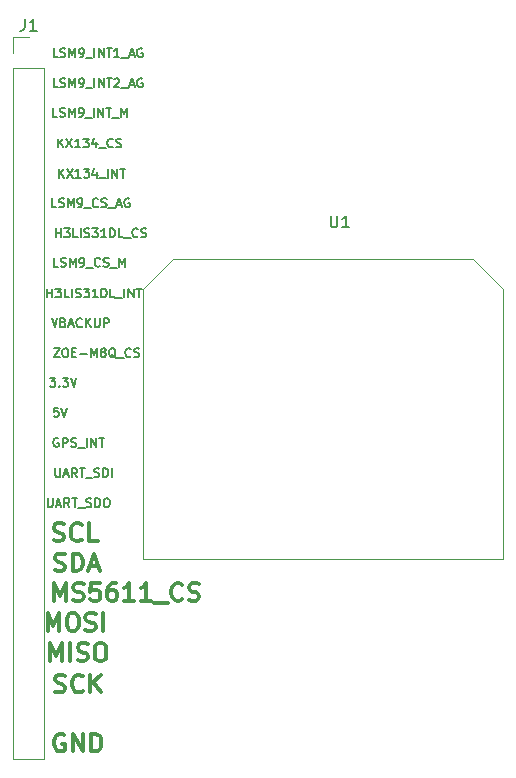
<source format=gbr>
%TF.GenerationSoftware,KiCad,Pcbnew,6.0.1*%
%TF.CreationDate,2022-02-10T21:50:42-06:00*%
%TF.ProjectId,SENSOR_BREADBOARD_8X10,53454e53-4f52-45f4-9252-454144424f41,rev?*%
%TF.SameCoordinates,Original*%
%TF.FileFunction,Legend,Top*%
%TF.FilePolarity,Positive*%
%FSLAX46Y46*%
G04 Gerber Fmt 4.6, Leading zero omitted, Abs format (unit mm)*
G04 Created by KiCad (PCBNEW 6.0.1) date 2022-02-10 21:50:42*
%MOMM*%
%LPD*%
G01*
G04 APERTURE LIST*
%ADD10C,0.300000*%
%ADD11C,0.150000*%
%ADD12C,0.100000*%
%ADD13C,0.120000*%
G04 APERTURE END LIST*
D10*
X88692857Y-126578571D02*
X88692857Y-125078571D01*
X89192857Y-126150000D01*
X89692857Y-125078571D01*
X89692857Y-126578571D01*
X90692857Y-125078571D02*
X90978571Y-125078571D01*
X91121428Y-125150000D01*
X91264285Y-125292857D01*
X91335714Y-125578571D01*
X91335714Y-126078571D01*
X91264285Y-126364285D01*
X91121428Y-126507142D01*
X90978571Y-126578571D01*
X90692857Y-126578571D01*
X90550000Y-126507142D01*
X90407142Y-126364285D01*
X90335714Y-126078571D01*
X90335714Y-125578571D01*
X90407142Y-125292857D01*
X90550000Y-125150000D01*
X90692857Y-125078571D01*
X91907142Y-126507142D02*
X92121428Y-126578571D01*
X92478571Y-126578571D01*
X92621428Y-126507142D01*
X92692857Y-126435714D01*
X92764285Y-126292857D01*
X92764285Y-126150000D01*
X92692857Y-126007142D01*
X92621428Y-125935714D01*
X92478571Y-125864285D01*
X92192857Y-125792857D01*
X92050000Y-125721428D01*
X91978571Y-125650000D01*
X91907142Y-125507142D01*
X91907142Y-125364285D01*
X91978571Y-125221428D01*
X92050000Y-125150000D01*
X92192857Y-125078571D01*
X92550000Y-125078571D01*
X92764285Y-125150000D01*
X93407142Y-126578571D02*
X93407142Y-125078571D01*
D11*
X89621428Y-110275000D02*
X89550000Y-110239285D01*
X89442857Y-110239285D01*
X89335714Y-110275000D01*
X89264285Y-110346428D01*
X89228571Y-110417857D01*
X89192857Y-110560714D01*
X89192857Y-110667857D01*
X89228571Y-110810714D01*
X89264285Y-110882142D01*
X89335714Y-110953571D01*
X89442857Y-110989285D01*
X89514285Y-110989285D01*
X89621428Y-110953571D01*
X89657142Y-110917857D01*
X89657142Y-110667857D01*
X89514285Y-110667857D01*
X89978571Y-110989285D02*
X89978571Y-110239285D01*
X90264285Y-110239285D01*
X90335714Y-110275000D01*
X90371428Y-110310714D01*
X90407142Y-110382142D01*
X90407142Y-110489285D01*
X90371428Y-110560714D01*
X90335714Y-110596428D01*
X90264285Y-110632142D01*
X89978571Y-110632142D01*
X90692857Y-110953571D02*
X90800000Y-110989285D01*
X90978571Y-110989285D01*
X91050000Y-110953571D01*
X91085714Y-110917857D01*
X91121428Y-110846428D01*
X91121428Y-110775000D01*
X91085714Y-110703571D01*
X91050000Y-110667857D01*
X90978571Y-110632142D01*
X90835714Y-110596428D01*
X90764285Y-110560714D01*
X90728571Y-110525000D01*
X90692857Y-110453571D01*
X90692857Y-110382142D01*
X90728571Y-110310714D01*
X90764285Y-110275000D01*
X90835714Y-110239285D01*
X91014285Y-110239285D01*
X91121428Y-110275000D01*
X91264285Y-111060714D02*
X91835714Y-111060714D01*
X92014285Y-110989285D02*
X92014285Y-110239285D01*
X92371428Y-110989285D02*
X92371428Y-110239285D01*
X92800000Y-110989285D01*
X92800000Y-110239285D01*
X93050000Y-110239285D02*
X93478571Y-110239285D01*
X93264285Y-110989285D02*
X93264285Y-110239285D01*
X89439285Y-90689285D02*
X89082142Y-90689285D01*
X89082142Y-89939285D01*
X89653571Y-90653571D02*
X89760714Y-90689285D01*
X89939285Y-90689285D01*
X90010714Y-90653571D01*
X90046428Y-90617857D01*
X90082142Y-90546428D01*
X90082142Y-90475000D01*
X90046428Y-90403571D01*
X90010714Y-90367857D01*
X89939285Y-90332142D01*
X89796428Y-90296428D01*
X89725000Y-90260714D01*
X89689285Y-90225000D01*
X89653571Y-90153571D01*
X89653571Y-90082142D01*
X89689285Y-90010714D01*
X89725000Y-89975000D01*
X89796428Y-89939285D01*
X89975000Y-89939285D01*
X90082142Y-89975000D01*
X90403571Y-90689285D02*
X90403571Y-89939285D01*
X90653571Y-90475000D01*
X90903571Y-89939285D01*
X90903571Y-90689285D01*
X91296428Y-90689285D02*
X91439285Y-90689285D01*
X91510714Y-90653571D01*
X91546428Y-90617857D01*
X91617857Y-90510714D01*
X91653571Y-90367857D01*
X91653571Y-90082142D01*
X91617857Y-90010714D01*
X91582142Y-89975000D01*
X91510714Y-89939285D01*
X91367857Y-89939285D01*
X91296428Y-89975000D01*
X91260714Y-90010714D01*
X91225000Y-90082142D01*
X91225000Y-90260714D01*
X91260714Y-90332142D01*
X91296428Y-90367857D01*
X91367857Y-90403571D01*
X91510714Y-90403571D01*
X91582142Y-90367857D01*
X91617857Y-90332142D01*
X91653571Y-90260714D01*
X91796428Y-90760714D02*
X92367857Y-90760714D01*
X92975000Y-90617857D02*
X92939285Y-90653571D01*
X92832142Y-90689285D01*
X92760714Y-90689285D01*
X92653571Y-90653571D01*
X92582142Y-90582142D01*
X92546428Y-90510714D01*
X92510714Y-90367857D01*
X92510714Y-90260714D01*
X92546428Y-90117857D01*
X92582142Y-90046428D01*
X92653571Y-89975000D01*
X92760714Y-89939285D01*
X92832142Y-89939285D01*
X92939285Y-89975000D01*
X92975000Y-90010714D01*
X93260714Y-90653571D02*
X93367857Y-90689285D01*
X93546428Y-90689285D01*
X93617857Y-90653571D01*
X93653571Y-90617857D01*
X93689285Y-90546428D01*
X93689285Y-90475000D01*
X93653571Y-90403571D01*
X93617857Y-90367857D01*
X93546428Y-90332142D01*
X93403571Y-90296428D01*
X93332142Y-90260714D01*
X93296428Y-90225000D01*
X93260714Y-90153571D01*
X93260714Y-90082142D01*
X93296428Y-90010714D01*
X93332142Y-89975000D01*
X93403571Y-89939285D01*
X93582142Y-89939285D01*
X93689285Y-89975000D01*
X93832142Y-90760714D02*
X94403571Y-90760714D01*
X94546428Y-90475000D02*
X94903571Y-90475000D01*
X94475000Y-90689285D02*
X94725000Y-89939285D01*
X94975000Y-90689285D01*
X95617857Y-89975000D02*
X95546428Y-89939285D01*
X95439285Y-89939285D01*
X95332142Y-89975000D01*
X95260714Y-90046428D01*
X95225000Y-90117857D01*
X95189285Y-90260714D01*
X95189285Y-90367857D01*
X95225000Y-90510714D01*
X95260714Y-90582142D01*
X95332142Y-90653571D01*
X95439285Y-90689285D01*
X95510714Y-90689285D01*
X95617857Y-90653571D01*
X95653571Y-90617857D01*
X95653571Y-90367857D01*
X95510714Y-90367857D01*
X89357142Y-112789285D02*
X89357142Y-113396428D01*
X89392857Y-113467857D01*
X89428571Y-113503571D01*
X89500000Y-113539285D01*
X89642857Y-113539285D01*
X89714285Y-113503571D01*
X89750000Y-113467857D01*
X89785714Y-113396428D01*
X89785714Y-112789285D01*
X90107142Y-113325000D02*
X90464285Y-113325000D01*
X90035714Y-113539285D02*
X90285714Y-112789285D01*
X90535714Y-113539285D01*
X91214285Y-113539285D02*
X90964285Y-113182142D01*
X90785714Y-113539285D02*
X90785714Y-112789285D01*
X91071428Y-112789285D01*
X91142857Y-112825000D01*
X91178571Y-112860714D01*
X91214285Y-112932142D01*
X91214285Y-113039285D01*
X91178571Y-113110714D01*
X91142857Y-113146428D01*
X91071428Y-113182142D01*
X90785714Y-113182142D01*
X91428571Y-112789285D02*
X91857142Y-112789285D01*
X91642857Y-113539285D02*
X91642857Y-112789285D01*
X91928571Y-113610714D02*
X92500000Y-113610714D01*
X92642857Y-113503571D02*
X92750000Y-113539285D01*
X92928571Y-113539285D01*
X93000000Y-113503571D01*
X93035714Y-113467857D01*
X93071428Y-113396428D01*
X93071428Y-113325000D01*
X93035714Y-113253571D01*
X93000000Y-113217857D01*
X92928571Y-113182142D01*
X92785714Y-113146428D01*
X92714285Y-113110714D01*
X92678571Y-113075000D01*
X92642857Y-113003571D01*
X92642857Y-112932142D01*
X92678571Y-112860714D01*
X92714285Y-112825000D01*
X92785714Y-112789285D01*
X92964285Y-112789285D01*
X93071428Y-112825000D01*
X93392857Y-113539285D02*
X93392857Y-112789285D01*
X93571428Y-112789285D01*
X93678571Y-112825000D01*
X93750000Y-112896428D01*
X93785714Y-112967857D01*
X93821428Y-113110714D01*
X93821428Y-113217857D01*
X93785714Y-113360714D01*
X93750000Y-113432142D01*
X93678571Y-113503571D01*
X93571428Y-113539285D01*
X93392857Y-113539285D01*
X94142857Y-113539285D02*
X94142857Y-112789285D01*
D10*
X89321428Y-131707142D02*
X89535714Y-131778571D01*
X89892857Y-131778571D01*
X90035714Y-131707142D01*
X90107142Y-131635714D01*
X90178571Y-131492857D01*
X90178571Y-131350000D01*
X90107142Y-131207142D01*
X90035714Y-131135714D01*
X89892857Y-131064285D01*
X89607142Y-130992857D01*
X89464285Y-130921428D01*
X89392857Y-130850000D01*
X89321428Y-130707142D01*
X89321428Y-130564285D01*
X89392857Y-130421428D01*
X89464285Y-130350000D01*
X89607142Y-130278571D01*
X89964285Y-130278571D01*
X90178571Y-130350000D01*
X91678571Y-131635714D02*
X91607142Y-131707142D01*
X91392857Y-131778571D01*
X91250000Y-131778571D01*
X91035714Y-131707142D01*
X90892857Y-131564285D01*
X90821428Y-131421428D01*
X90750000Y-131135714D01*
X90750000Y-130921428D01*
X90821428Y-130635714D01*
X90892857Y-130492857D01*
X91035714Y-130350000D01*
X91250000Y-130278571D01*
X91392857Y-130278571D01*
X91607142Y-130350000D01*
X91678571Y-130421428D01*
X92321428Y-131778571D02*
X92321428Y-130278571D01*
X93178571Y-131778571D02*
X92535714Y-130921428D01*
X93178571Y-130278571D02*
X92321428Y-131135714D01*
D11*
X88892857Y-105139285D02*
X89357142Y-105139285D01*
X89107142Y-105425000D01*
X89214285Y-105425000D01*
X89285714Y-105460714D01*
X89321428Y-105496428D01*
X89357142Y-105567857D01*
X89357142Y-105746428D01*
X89321428Y-105817857D01*
X89285714Y-105853571D01*
X89214285Y-105889285D01*
X89000000Y-105889285D01*
X88928571Y-105853571D01*
X88892857Y-105817857D01*
X89678571Y-105817857D02*
X89714285Y-105853571D01*
X89678571Y-105889285D01*
X89642857Y-105853571D01*
X89678571Y-105817857D01*
X89678571Y-105889285D01*
X89964285Y-105139285D02*
X90428571Y-105139285D01*
X90178571Y-105425000D01*
X90285714Y-105425000D01*
X90357142Y-105460714D01*
X90392857Y-105496428D01*
X90428571Y-105567857D01*
X90428571Y-105746428D01*
X90392857Y-105817857D01*
X90357142Y-105853571D01*
X90285714Y-105889285D01*
X90071428Y-105889285D01*
X90000000Y-105853571D01*
X89964285Y-105817857D01*
X90642857Y-105139285D02*
X90892857Y-105889285D01*
X91142857Y-105139285D01*
X89207142Y-102639285D02*
X89707142Y-102639285D01*
X89207142Y-103389285D01*
X89707142Y-103389285D01*
X90135714Y-102639285D02*
X90278571Y-102639285D01*
X90350000Y-102675000D01*
X90421428Y-102746428D01*
X90457142Y-102889285D01*
X90457142Y-103139285D01*
X90421428Y-103282142D01*
X90350000Y-103353571D01*
X90278571Y-103389285D01*
X90135714Y-103389285D01*
X90064285Y-103353571D01*
X89992857Y-103282142D01*
X89957142Y-103139285D01*
X89957142Y-102889285D01*
X89992857Y-102746428D01*
X90064285Y-102675000D01*
X90135714Y-102639285D01*
X90778571Y-102996428D02*
X91028571Y-102996428D01*
X91135714Y-103389285D02*
X90778571Y-103389285D01*
X90778571Y-102639285D01*
X91135714Y-102639285D01*
X91457142Y-103103571D02*
X92028571Y-103103571D01*
X92385714Y-103389285D02*
X92385714Y-102639285D01*
X92635714Y-103175000D01*
X92885714Y-102639285D01*
X92885714Y-103389285D01*
X93350000Y-102960714D02*
X93278571Y-102925000D01*
X93242857Y-102889285D01*
X93207142Y-102817857D01*
X93207142Y-102782142D01*
X93242857Y-102710714D01*
X93278571Y-102675000D01*
X93350000Y-102639285D01*
X93492857Y-102639285D01*
X93564285Y-102675000D01*
X93600000Y-102710714D01*
X93635714Y-102782142D01*
X93635714Y-102817857D01*
X93600000Y-102889285D01*
X93564285Y-102925000D01*
X93492857Y-102960714D01*
X93350000Y-102960714D01*
X93278571Y-102996428D01*
X93242857Y-103032142D01*
X93207142Y-103103571D01*
X93207142Y-103246428D01*
X93242857Y-103317857D01*
X93278571Y-103353571D01*
X93350000Y-103389285D01*
X93492857Y-103389285D01*
X93564285Y-103353571D01*
X93600000Y-103317857D01*
X93635714Y-103246428D01*
X93635714Y-103103571D01*
X93600000Y-103032142D01*
X93564285Y-102996428D01*
X93492857Y-102960714D01*
X94457142Y-103460714D02*
X94385714Y-103425000D01*
X94314285Y-103353571D01*
X94207142Y-103246428D01*
X94135714Y-103210714D01*
X94064285Y-103210714D01*
X94100000Y-103389285D02*
X94028571Y-103353571D01*
X93957142Y-103282142D01*
X93921428Y-103139285D01*
X93921428Y-102889285D01*
X93957142Y-102746428D01*
X94028571Y-102675000D01*
X94100000Y-102639285D01*
X94242857Y-102639285D01*
X94314285Y-102675000D01*
X94385714Y-102746428D01*
X94421428Y-102889285D01*
X94421428Y-103139285D01*
X94385714Y-103282142D01*
X94314285Y-103353571D01*
X94242857Y-103389285D01*
X94100000Y-103389285D01*
X94564285Y-103460714D02*
X95135714Y-103460714D01*
X95742857Y-103317857D02*
X95707142Y-103353571D01*
X95600000Y-103389285D01*
X95528571Y-103389285D01*
X95421428Y-103353571D01*
X95350000Y-103282142D01*
X95314285Y-103210714D01*
X95278571Y-103067857D01*
X95278571Y-102960714D01*
X95314285Y-102817857D01*
X95350000Y-102746428D01*
X95421428Y-102675000D01*
X95528571Y-102639285D01*
X95600000Y-102639285D01*
X95707142Y-102675000D01*
X95742857Y-102710714D01*
X96028571Y-103353571D02*
X96135714Y-103389285D01*
X96314285Y-103389285D01*
X96385714Y-103353571D01*
X96421428Y-103317857D01*
X96457142Y-103246428D01*
X96457142Y-103175000D01*
X96421428Y-103103571D01*
X96385714Y-103067857D01*
X96314285Y-103032142D01*
X96171428Y-102996428D01*
X96100000Y-102960714D01*
X96064285Y-102925000D01*
X96028571Y-102853571D01*
X96028571Y-102782142D01*
X96064285Y-102710714D01*
X96100000Y-102675000D01*
X96171428Y-102639285D01*
X96350000Y-102639285D01*
X96457142Y-102675000D01*
X89607142Y-85639285D02*
X89607142Y-84889285D01*
X90035714Y-85639285D02*
X89714285Y-85210714D01*
X90035714Y-84889285D02*
X89607142Y-85317857D01*
X90285714Y-84889285D02*
X90785714Y-85639285D01*
X90785714Y-84889285D02*
X90285714Y-85639285D01*
X91464285Y-85639285D02*
X91035714Y-85639285D01*
X91250000Y-85639285D02*
X91250000Y-84889285D01*
X91178571Y-84996428D01*
X91107142Y-85067857D01*
X91035714Y-85103571D01*
X91714285Y-84889285D02*
X92178571Y-84889285D01*
X91928571Y-85175000D01*
X92035714Y-85175000D01*
X92107142Y-85210714D01*
X92142857Y-85246428D01*
X92178571Y-85317857D01*
X92178571Y-85496428D01*
X92142857Y-85567857D01*
X92107142Y-85603571D01*
X92035714Y-85639285D01*
X91821428Y-85639285D01*
X91750000Y-85603571D01*
X91714285Y-85567857D01*
X92821428Y-85139285D02*
X92821428Y-85639285D01*
X92642857Y-84853571D02*
X92464285Y-85389285D01*
X92928571Y-85389285D01*
X93035714Y-85710714D02*
X93607142Y-85710714D01*
X94214285Y-85567857D02*
X94178571Y-85603571D01*
X94071428Y-85639285D01*
X94000000Y-85639285D01*
X93892857Y-85603571D01*
X93821428Y-85532142D01*
X93785714Y-85460714D01*
X93750000Y-85317857D01*
X93750000Y-85210714D01*
X93785714Y-85067857D01*
X93821428Y-84996428D01*
X93892857Y-84925000D01*
X94000000Y-84889285D01*
X94071428Y-84889285D01*
X94178571Y-84925000D01*
X94214285Y-84960714D01*
X94500000Y-85603571D02*
X94607142Y-85639285D01*
X94785714Y-85639285D01*
X94857142Y-85603571D01*
X94892857Y-85567857D01*
X94928571Y-85496428D01*
X94928571Y-85425000D01*
X94892857Y-85353571D01*
X94857142Y-85317857D01*
X94785714Y-85282142D01*
X94642857Y-85246428D01*
X94571428Y-85210714D01*
X94535714Y-85175000D01*
X94500000Y-85103571D01*
X94500000Y-85032142D01*
X94535714Y-84960714D01*
X94571428Y-84925000D01*
X94642857Y-84889285D01*
X94821428Y-84889285D01*
X94928571Y-84925000D01*
X89378571Y-93239285D02*
X89378571Y-92489285D01*
X89378571Y-92846428D02*
X89807142Y-92846428D01*
X89807142Y-93239285D02*
X89807142Y-92489285D01*
X90092857Y-92489285D02*
X90557142Y-92489285D01*
X90307142Y-92775000D01*
X90414285Y-92775000D01*
X90485714Y-92810714D01*
X90521428Y-92846428D01*
X90557142Y-92917857D01*
X90557142Y-93096428D01*
X90521428Y-93167857D01*
X90485714Y-93203571D01*
X90414285Y-93239285D01*
X90200000Y-93239285D01*
X90128571Y-93203571D01*
X90092857Y-93167857D01*
X91235714Y-93239285D02*
X90878571Y-93239285D01*
X90878571Y-92489285D01*
X91485714Y-93239285D02*
X91485714Y-92489285D01*
X91807142Y-93203571D02*
X91914285Y-93239285D01*
X92092857Y-93239285D01*
X92164285Y-93203571D01*
X92200000Y-93167857D01*
X92235714Y-93096428D01*
X92235714Y-93025000D01*
X92200000Y-92953571D01*
X92164285Y-92917857D01*
X92092857Y-92882142D01*
X91950000Y-92846428D01*
X91878571Y-92810714D01*
X91842857Y-92775000D01*
X91807142Y-92703571D01*
X91807142Y-92632142D01*
X91842857Y-92560714D01*
X91878571Y-92525000D01*
X91950000Y-92489285D01*
X92128571Y-92489285D01*
X92235714Y-92525000D01*
X92485714Y-92489285D02*
X92950000Y-92489285D01*
X92700000Y-92775000D01*
X92807142Y-92775000D01*
X92878571Y-92810714D01*
X92914285Y-92846428D01*
X92950000Y-92917857D01*
X92950000Y-93096428D01*
X92914285Y-93167857D01*
X92878571Y-93203571D01*
X92807142Y-93239285D01*
X92592857Y-93239285D01*
X92521428Y-93203571D01*
X92485714Y-93167857D01*
X93664285Y-93239285D02*
X93235714Y-93239285D01*
X93450000Y-93239285D02*
X93450000Y-92489285D01*
X93378571Y-92596428D01*
X93307142Y-92667857D01*
X93235714Y-92703571D01*
X93985714Y-93239285D02*
X93985714Y-92489285D01*
X94164285Y-92489285D01*
X94271428Y-92525000D01*
X94342857Y-92596428D01*
X94378571Y-92667857D01*
X94414285Y-92810714D01*
X94414285Y-92917857D01*
X94378571Y-93060714D01*
X94342857Y-93132142D01*
X94271428Y-93203571D01*
X94164285Y-93239285D01*
X93985714Y-93239285D01*
X95092857Y-93239285D02*
X94735714Y-93239285D01*
X94735714Y-92489285D01*
X95164285Y-93310714D02*
X95735714Y-93310714D01*
X96342857Y-93167857D02*
X96307142Y-93203571D01*
X96200000Y-93239285D01*
X96128571Y-93239285D01*
X96021428Y-93203571D01*
X95950000Y-93132142D01*
X95914285Y-93060714D01*
X95878571Y-92917857D01*
X95878571Y-92810714D01*
X95914285Y-92667857D01*
X95950000Y-92596428D01*
X96021428Y-92525000D01*
X96128571Y-92489285D01*
X96200000Y-92489285D01*
X96307142Y-92525000D01*
X96342857Y-92560714D01*
X96628571Y-93203571D02*
X96735714Y-93239285D01*
X96914285Y-93239285D01*
X96985714Y-93203571D01*
X97021428Y-93167857D01*
X97057142Y-93096428D01*
X97057142Y-93025000D01*
X97021428Y-92953571D01*
X96985714Y-92917857D01*
X96914285Y-92882142D01*
X96771428Y-92846428D01*
X96700000Y-92810714D01*
X96664285Y-92775000D01*
X96628571Y-92703571D01*
X96628571Y-92632142D01*
X96664285Y-92560714D01*
X96700000Y-92525000D01*
X96771428Y-92489285D01*
X96950000Y-92489285D01*
X97057142Y-92525000D01*
D10*
X90107142Y-135350000D02*
X89964285Y-135278571D01*
X89750000Y-135278571D01*
X89535714Y-135350000D01*
X89392857Y-135492857D01*
X89321428Y-135635714D01*
X89250000Y-135921428D01*
X89250000Y-136135714D01*
X89321428Y-136421428D01*
X89392857Y-136564285D01*
X89535714Y-136707142D01*
X89750000Y-136778571D01*
X89892857Y-136778571D01*
X90107142Y-136707142D01*
X90178571Y-136635714D01*
X90178571Y-136135714D01*
X89892857Y-136135714D01*
X90821428Y-136778571D02*
X90821428Y-135278571D01*
X91678571Y-136778571D01*
X91678571Y-135278571D01*
X92392857Y-136778571D02*
X92392857Y-135278571D01*
X92750000Y-135278571D01*
X92964285Y-135350000D01*
X93107142Y-135492857D01*
X93178571Y-135635714D01*
X93250000Y-135921428D01*
X93250000Y-136135714D01*
X93178571Y-136421428D01*
X93107142Y-136564285D01*
X92964285Y-136707142D01*
X92750000Y-136778571D01*
X92392857Y-136778571D01*
D11*
X88653571Y-98339285D02*
X88653571Y-97589285D01*
X88653571Y-97946428D02*
X89082142Y-97946428D01*
X89082142Y-98339285D02*
X89082142Y-97589285D01*
X89367857Y-97589285D02*
X89832142Y-97589285D01*
X89582142Y-97875000D01*
X89689285Y-97875000D01*
X89760714Y-97910714D01*
X89796428Y-97946428D01*
X89832142Y-98017857D01*
X89832142Y-98196428D01*
X89796428Y-98267857D01*
X89760714Y-98303571D01*
X89689285Y-98339285D01*
X89475000Y-98339285D01*
X89403571Y-98303571D01*
X89367857Y-98267857D01*
X90510714Y-98339285D02*
X90153571Y-98339285D01*
X90153571Y-97589285D01*
X90760714Y-98339285D02*
X90760714Y-97589285D01*
X91082142Y-98303571D02*
X91189285Y-98339285D01*
X91367857Y-98339285D01*
X91439285Y-98303571D01*
X91475000Y-98267857D01*
X91510714Y-98196428D01*
X91510714Y-98125000D01*
X91475000Y-98053571D01*
X91439285Y-98017857D01*
X91367857Y-97982142D01*
X91225000Y-97946428D01*
X91153571Y-97910714D01*
X91117857Y-97875000D01*
X91082142Y-97803571D01*
X91082142Y-97732142D01*
X91117857Y-97660714D01*
X91153571Y-97625000D01*
X91225000Y-97589285D01*
X91403571Y-97589285D01*
X91510714Y-97625000D01*
X91760714Y-97589285D02*
X92225000Y-97589285D01*
X91975000Y-97875000D01*
X92082142Y-97875000D01*
X92153571Y-97910714D01*
X92189285Y-97946428D01*
X92225000Y-98017857D01*
X92225000Y-98196428D01*
X92189285Y-98267857D01*
X92153571Y-98303571D01*
X92082142Y-98339285D01*
X91867857Y-98339285D01*
X91796428Y-98303571D01*
X91760714Y-98267857D01*
X92939285Y-98339285D02*
X92510714Y-98339285D01*
X92725000Y-98339285D02*
X92725000Y-97589285D01*
X92653571Y-97696428D01*
X92582142Y-97767857D01*
X92510714Y-97803571D01*
X93260714Y-98339285D02*
X93260714Y-97589285D01*
X93439285Y-97589285D01*
X93546428Y-97625000D01*
X93617857Y-97696428D01*
X93653571Y-97767857D01*
X93689285Y-97910714D01*
X93689285Y-98017857D01*
X93653571Y-98160714D01*
X93617857Y-98232142D01*
X93546428Y-98303571D01*
X93439285Y-98339285D01*
X93260714Y-98339285D01*
X94367857Y-98339285D02*
X94010714Y-98339285D01*
X94010714Y-97589285D01*
X94439285Y-98410714D02*
X95010714Y-98410714D01*
X95189285Y-98339285D02*
X95189285Y-97589285D01*
X95546428Y-98339285D02*
X95546428Y-97589285D01*
X95975000Y-98339285D01*
X95975000Y-97589285D01*
X96225000Y-97589285D02*
X96653571Y-97589285D01*
X96439285Y-98339285D02*
X96439285Y-97589285D01*
X89632142Y-88189285D02*
X89632142Y-87439285D01*
X90060714Y-88189285D02*
X89739285Y-87760714D01*
X90060714Y-87439285D02*
X89632142Y-87867857D01*
X90310714Y-87439285D02*
X90810714Y-88189285D01*
X90810714Y-87439285D02*
X90310714Y-88189285D01*
X91489285Y-88189285D02*
X91060714Y-88189285D01*
X91275000Y-88189285D02*
X91275000Y-87439285D01*
X91203571Y-87546428D01*
X91132142Y-87617857D01*
X91060714Y-87653571D01*
X91739285Y-87439285D02*
X92203571Y-87439285D01*
X91953571Y-87725000D01*
X92060714Y-87725000D01*
X92132142Y-87760714D01*
X92167857Y-87796428D01*
X92203571Y-87867857D01*
X92203571Y-88046428D01*
X92167857Y-88117857D01*
X92132142Y-88153571D01*
X92060714Y-88189285D01*
X91846428Y-88189285D01*
X91775000Y-88153571D01*
X91739285Y-88117857D01*
X92846428Y-87689285D02*
X92846428Y-88189285D01*
X92667857Y-87403571D02*
X92489285Y-87939285D01*
X92953571Y-87939285D01*
X93060714Y-88260714D02*
X93632142Y-88260714D01*
X93810714Y-88189285D02*
X93810714Y-87439285D01*
X94167857Y-88189285D02*
X94167857Y-87439285D01*
X94596428Y-88189285D01*
X94596428Y-87439285D01*
X94846428Y-87439285D02*
X95275000Y-87439285D01*
X95060714Y-88189285D02*
X95060714Y-87439285D01*
D10*
X89242857Y-124028571D02*
X89242857Y-122528571D01*
X89742857Y-123600000D01*
X90242857Y-122528571D01*
X90242857Y-124028571D01*
X90885714Y-123957142D02*
X91100000Y-124028571D01*
X91457142Y-124028571D01*
X91600000Y-123957142D01*
X91671428Y-123885714D01*
X91742857Y-123742857D01*
X91742857Y-123600000D01*
X91671428Y-123457142D01*
X91600000Y-123385714D01*
X91457142Y-123314285D01*
X91171428Y-123242857D01*
X91028571Y-123171428D01*
X90957142Y-123100000D01*
X90885714Y-122957142D01*
X90885714Y-122814285D01*
X90957142Y-122671428D01*
X91028571Y-122600000D01*
X91171428Y-122528571D01*
X91528571Y-122528571D01*
X91742857Y-122600000D01*
X93100000Y-122528571D02*
X92385714Y-122528571D01*
X92314285Y-123242857D01*
X92385714Y-123171428D01*
X92528571Y-123100000D01*
X92885714Y-123100000D01*
X93028571Y-123171428D01*
X93100000Y-123242857D01*
X93171428Y-123385714D01*
X93171428Y-123742857D01*
X93100000Y-123885714D01*
X93028571Y-123957142D01*
X92885714Y-124028571D01*
X92528571Y-124028571D01*
X92385714Y-123957142D01*
X92314285Y-123885714D01*
X94457142Y-122528571D02*
X94171428Y-122528571D01*
X94028571Y-122600000D01*
X93957142Y-122671428D01*
X93814285Y-122885714D01*
X93742857Y-123171428D01*
X93742857Y-123742857D01*
X93814285Y-123885714D01*
X93885714Y-123957142D01*
X94028571Y-124028571D01*
X94314285Y-124028571D01*
X94457142Y-123957142D01*
X94528571Y-123885714D01*
X94600000Y-123742857D01*
X94600000Y-123385714D01*
X94528571Y-123242857D01*
X94457142Y-123171428D01*
X94314285Y-123100000D01*
X94028571Y-123100000D01*
X93885714Y-123171428D01*
X93814285Y-123242857D01*
X93742857Y-123385714D01*
X96028571Y-124028571D02*
X95171428Y-124028571D01*
X95600000Y-124028571D02*
X95600000Y-122528571D01*
X95457142Y-122742857D01*
X95314285Y-122885714D01*
X95171428Y-122957142D01*
X97457142Y-124028571D02*
X96600000Y-124028571D01*
X97028571Y-124028571D02*
X97028571Y-122528571D01*
X96885714Y-122742857D01*
X96742857Y-122885714D01*
X96600000Y-122957142D01*
X97742857Y-124171428D02*
X98885714Y-124171428D01*
X100100000Y-123885714D02*
X100028571Y-123957142D01*
X99814285Y-124028571D01*
X99671428Y-124028571D01*
X99457142Y-123957142D01*
X99314285Y-123814285D01*
X99242857Y-123671428D01*
X99171428Y-123385714D01*
X99171428Y-123171428D01*
X99242857Y-122885714D01*
X99314285Y-122742857D01*
X99457142Y-122600000D01*
X99671428Y-122528571D01*
X99814285Y-122528571D01*
X100028571Y-122600000D01*
X100100000Y-122671428D01*
X100671428Y-123957142D02*
X100885714Y-124028571D01*
X101242857Y-124028571D01*
X101385714Y-123957142D01*
X101457142Y-123885714D01*
X101528571Y-123742857D01*
X101528571Y-123600000D01*
X101457142Y-123457142D01*
X101385714Y-123385714D01*
X101242857Y-123314285D01*
X100957142Y-123242857D01*
X100814285Y-123171428D01*
X100742857Y-123100000D01*
X100671428Y-122957142D01*
X100671428Y-122814285D01*
X100742857Y-122671428D01*
X100814285Y-122600000D01*
X100957142Y-122528571D01*
X101314285Y-122528571D01*
X101528571Y-122600000D01*
D11*
X89557142Y-80539285D02*
X89200000Y-80539285D01*
X89200000Y-79789285D01*
X89771428Y-80503571D02*
X89878571Y-80539285D01*
X90057142Y-80539285D01*
X90128571Y-80503571D01*
X90164285Y-80467857D01*
X90200000Y-80396428D01*
X90200000Y-80325000D01*
X90164285Y-80253571D01*
X90128571Y-80217857D01*
X90057142Y-80182142D01*
X89914285Y-80146428D01*
X89842857Y-80110714D01*
X89807142Y-80075000D01*
X89771428Y-80003571D01*
X89771428Y-79932142D01*
X89807142Y-79860714D01*
X89842857Y-79825000D01*
X89914285Y-79789285D01*
X90092857Y-79789285D01*
X90200000Y-79825000D01*
X90521428Y-80539285D02*
X90521428Y-79789285D01*
X90771428Y-80325000D01*
X91021428Y-79789285D01*
X91021428Y-80539285D01*
X91414285Y-80539285D02*
X91557142Y-80539285D01*
X91628571Y-80503571D01*
X91664285Y-80467857D01*
X91735714Y-80360714D01*
X91771428Y-80217857D01*
X91771428Y-79932142D01*
X91735714Y-79860714D01*
X91700000Y-79825000D01*
X91628571Y-79789285D01*
X91485714Y-79789285D01*
X91414285Y-79825000D01*
X91378571Y-79860714D01*
X91342857Y-79932142D01*
X91342857Y-80110714D01*
X91378571Y-80182142D01*
X91414285Y-80217857D01*
X91485714Y-80253571D01*
X91628571Y-80253571D01*
X91700000Y-80217857D01*
X91735714Y-80182142D01*
X91771428Y-80110714D01*
X91914285Y-80610714D02*
X92485714Y-80610714D01*
X92664285Y-80539285D02*
X92664285Y-79789285D01*
X93021428Y-80539285D02*
X93021428Y-79789285D01*
X93450000Y-80539285D01*
X93450000Y-79789285D01*
X93700000Y-79789285D02*
X94128571Y-79789285D01*
X93914285Y-80539285D02*
X93914285Y-79789285D01*
X94342857Y-79860714D02*
X94378571Y-79825000D01*
X94450000Y-79789285D01*
X94628571Y-79789285D01*
X94700000Y-79825000D01*
X94735714Y-79860714D01*
X94771428Y-79932142D01*
X94771428Y-80003571D01*
X94735714Y-80110714D01*
X94307142Y-80539285D01*
X94771428Y-80539285D01*
X94914285Y-80610714D02*
X95485714Y-80610714D01*
X95628571Y-80325000D02*
X95985714Y-80325000D01*
X95557142Y-80539285D02*
X95807142Y-79789285D01*
X96057142Y-80539285D01*
X96700000Y-79825000D02*
X96628571Y-79789285D01*
X96521428Y-79789285D01*
X96414285Y-79825000D01*
X96342857Y-79896428D01*
X96307142Y-79967857D01*
X96271428Y-80110714D01*
X96271428Y-80217857D01*
X96307142Y-80360714D01*
X96342857Y-80432142D01*
X96414285Y-80503571D01*
X96521428Y-80539285D01*
X96592857Y-80539285D01*
X96700000Y-80503571D01*
X96735714Y-80467857D01*
X96735714Y-80217857D01*
X96592857Y-80217857D01*
X89607142Y-107689285D02*
X89250000Y-107689285D01*
X89214285Y-108046428D01*
X89250000Y-108010714D01*
X89321428Y-107975000D01*
X89500000Y-107975000D01*
X89571428Y-108010714D01*
X89607142Y-108046428D01*
X89642857Y-108117857D01*
X89642857Y-108296428D01*
X89607142Y-108367857D01*
X89571428Y-108403571D01*
X89500000Y-108439285D01*
X89321428Y-108439285D01*
X89250000Y-108403571D01*
X89214285Y-108367857D01*
X89857142Y-107689285D02*
X90107142Y-108439285D01*
X90357142Y-107689285D01*
D10*
X89214285Y-118907142D02*
X89428571Y-118978571D01*
X89785714Y-118978571D01*
X89928571Y-118907142D01*
X90000000Y-118835714D01*
X90071428Y-118692857D01*
X90071428Y-118550000D01*
X90000000Y-118407142D01*
X89928571Y-118335714D01*
X89785714Y-118264285D01*
X89500000Y-118192857D01*
X89357142Y-118121428D01*
X89285714Y-118050000D01*
X89214285Y-117907142D01*
X89214285Y-117764285D01*
X89285714Y-117621428D01*
X89357142Y-117550000D01*
X89500000Y-117478571D01*
X89857142Y-117478571D01*
X90071428Y-117550000D01*
X91571428Y-118835714D02*
X91500000Y-118907142D01*
X91285714Y-118978571D01*
X91142857Y-118978571D01*
X90928571Y-118907142D01*
X90785714Y-118764285D01*
X90714285Y-118621428D01*
X90642857Y-118335714D01*
X90642857Y-118121428D01*
X90714285Y-117835714D01*
X90785714Y-117692857D01*
X90928571Y-117550000D01*
X91142857Y-117478571D01*
X91285714Y-117478571D01*
X91500000Y-117550000D01*
X91571428Y-117621428D01*
X92928571Y-118978571D02*
X92214285Y-118978571D01*
X92214285Y-117478571D01*
D11*
X89557142Y-77989285D02*
X89200000Y-77989285D01*
X89200000Y-77239285D01*
X89771428Y-77953571D02*
X89878571Y-77989285D01*
X90057142Y-77989285D01*
X90128571Y-77953571D01*
X90164285Y-77917857D01*
X90200000Y-77846428D01*
X90200000Y-77775000D01*
X90164285Y-77703571D01*
X90128571Y-77667857D01*
X90057142Y-77632142D01*
X89914285Y-77596428D01*
X89842857Y-77560714D01*
X89807142Y-77525000D01*
X89771428Y-77453571D01*
X89771428Y-77382142D01*
X89807142Y-77310714D01*
X89842857Y-77275000D01*
X89914285Y-77239285D01*
X90092857Y-77239285D01*
X90200000Y-77275000D01*
X90521428Y-77989285D02*
X90521428Y-77239285D01*
X90771428Y-77775000D01*
X91021428Y-77239285D01*
X91021428Y-77989285D01*
X91414285Y-77989285D02*
X91557142Y-77989285D01*
X91628571Y-77953571D01*
X91664285Y-77917857D01*
X91735714Y-77810714D01*
X91771428Y-77667857D01*
X91771428Y-77382142D01*
X91735714Y-77310714D01*
X91700000Y-77275000D01*
X91628571Y-77239285D01*
X91485714Y-77239285D01*
X91414285Y-77275000D01*
X91378571Y-77310714D01*
X91342857Y-77382142D01*
X91342857Y-77560714D01*
X91378571Y-77632142D01*
X91414285Y-77667857D01*
X91485714Y-77703571D01*
X91628571Y-77703571D01*
X91700000Y-77667857D01*
X91735714Y-77632142D01*
X91771428Y-77560714D01*
X91914285Y-78060714D02*
X92485714Y-78060714D01*
X92664285Y-77989285D02*
X92664285Y-77239285D01*
X93021428Y-77989285D02*
X93021428Y-77239285D01*
X93450000Y-77989285D01*
X93450000Y-77239285D01*
X93700000Y-77239285D02*
X94128571Y-77239285D01*
X93914285Y-77989285D02*
X93914285Y-77239285D01*
X94771428Y-77989285D02*
X94342857Y-77989285D01*
X94557142Y-77989285D02*
X94557142Y-77239285D01*
X94485714Y-77346428D01*
X94414285Y-77417857D01*
X94342857Y-77453571D01*
X94914285Y-78060714D02*
X95485714Y-78060714D01*
X95628571Y-77775000D02*
X95985714Y-77775000D01*
X95557142Y-77989285D02*
X95807142Y-77239285D01*
X96057142Y-77989285D01*
X96700000Y-77275000D02*
X96628571Y-77239285D01*
X96521428Y-77239285D01*
X96414285Y-77275000D01*
X96342857Y-77346428D01*
X96307142Y-77417857D01*
X96271428Y-77560714D01*
X96271428Y-77667857D01*
X96307142Y-77810714D01*
X96342857Y-77882142D01*
X96414285Y-77953571D01*
X96521428Y-77989285D01*
X96592857Y-77989285D01*
X96700000Y-77953571D01*
X96735714Y-77917857D01*
X96735714Y-77667857D01*
X96592857Y-77667857D01*
D10*
X88892857Y-129128571D02*
X88892857Y-127628571D01*
X89392857Y-128700000D01*
X89892857Y-127628571D01*
X89892857Y-129128571D01*
X90607142Y-129128571D02*
X90607142Y-127628571D01*
X91250000Y-129057142D02*
X91464285Y-129128571D01*
X91821428Y-129128571D01*
X91964285Y-129057142D01*
X92035714Y-128985714D01*
X92107142Y-128842857D01*
X92107142Y-128700000D01*
X92035714Y-128557142D01*
X91964285Y-128485714D01*
X91821428Y-128414285D01*
X91535714Y-128342857D01*
X91392857Y-128271428D01*
X91321428Y-128200000D01*
X91250000Y-128057142D01*
X91250000Y-127914285D01*
X91321428Y-127771428D01*
X91392857Y-127700000D01*
X91535714Y-127628571D01*
X91892857Y-127628571D01*
X92107142Y-127700000D01*
X93035714Y-127628571D02*
X93321428Y-127628571D01*
X93464285Y-127700000D01*
X93607142Y-127842857D01*
X93678571Y-128128571D01*
X93678571Y-128628571D01*
X93607142Y-128914285D01*
X93464285Y-129057142D01*
X93321428Y-129128571D01*
X93035714Y-129128571D01*
X92892857Y-129057142D01*
X92750000Y-128914285D01*
X92678571Y-128628571D01*
X92678571Y-128128571D01*
X92750000Y-127842857D01*
X92892857Y-127700000D01*
X93035714Y-127628571D01*
D11*
X89035714Y-100089285D02*
X89285714Y-100839285D01*
X89535714Y-100089285D01*
X90035714Y-100446428D02*
X90142857Y-100482142D01*
X90178571Y-100517857D01*
X90214285Y-100589285D01*
X90214285Y-100696428D01*
X90178571Y-100767857D01*
X90142857Y-100803571D01*
X90071428Y-100839285D01*
X89785714Y-100839285D01*
X89785714Y-100089285D01*
X90035714Y-100089285D01*
X90107142Y-100125000D01*
X90142857Y-100160714D01*
X90178571Y-100232142D01*
X90178571Y-100303571D01*
X90142857Y-100375000D01*
X90107142Y-100410714D01*
X90035714Y-100446428D01*
X89785714Y-100446428D01*
X90500000Y-100625000D02*
X90857142Y-100625000D01*
X90428571Y-100839285D02*
X90678571Y-100089285D01*
X90928571Y-100839285D01*
X91607142Y-100767857D02*
X91571428Y-100803571D01*
X91464285Y-100839285D01*
X91392857Y-100839285D01*
X91285714Y-100803571D01*
X91214285Y-100732142D01*
X91178571Y-100660714D01*
X91142857Y-100517857D01*
X91142857Y-100410714D01*
X91178571Y-100267857D01*
X91214285Y-100196428D01*
X91285714Y-100125000D01*
X91392857Y-100089285D01*
X91464285Y-100089285D01*
X91571428Y-100125000D01*
X91607142Y-100160714D01*
X91928571Y-100839285D02*
X91928571Y-100089285D01*
X92357142Y-100839285D02*
X92035714Y-100410714D01*
X92357142Y-100089285D02*
X91928571Y-100517857D01*
X92678571Y-100089285D02*
X92678571Y-100696428D01*
X92714285Y-100767857D01*
X92750000Y-100803571D01*
X92821428Y-100839285D01*
X92964285Y-100839285D01*
X93035714Y-100803571D01*
X93071428Y-100767857D01*
X93107142Y-100696428D01*
X93107142Y-100089285D01*
X93464285Y-100839285D02*
X93464285Y-100089285D01*
X93750000Y-100089285D01*
X93821428Y-100125000D01*
X93857142Y-100160714D01*
X93892857Y-100232142D01*
X93892857Y-100339285D01*
X93857142Y-100410714D01*
X93821428Y-100446428D01*
X93750000Y-100482142D01*
X93464285Y-100482142D01*
X89532142Y-83039285D02*
X89175000Y-83039285D01*
X89175000Y-82289285D01*
X89746428Y-83003571D02*
X89853571Y-83039285D01*
X90032142Y-83039285D01*
X90103571Y-83003571D01*
X90139285Y-82967857D01*
X90175000Y-82896428D01*
X90175000Y-82825000D01*
X90139285Y-82753571D01*
X90103571Y-82717857D01*
X90032142Y-82682142D01*
X89889285Y-82646428D01*
X89817857Y-82610714D01*
X89782142Y-82575000D01*
X89746428Y-82503571D01*
X89746428Y-82432142D01*
X89782142Y-82360714D01*
X89817857Y-82325000D01*
X89889285Y-82289285D01*
X90067857Y-82289285D01*
X90175000Y-82325000D01*
X90496428Y-83039285D02*
X90496428Y-82289285D01*
X90746428Y-82825000D01*
X90996428Y-82289285D01*
X90996428Y-83039285D01*
X91389285Y-83039285D02*
X91532142Y-83039285D01*
X91603571Y-83003571D01*
X91639285Y-82967857D01*
X91710714Y-82860714D01*
X91746428Y-82717857D01*
X91746428Y-82432142D01*
X91710714Y-82360714D01*
X91675000Y-82325000D01*
X91603571Y-82289285D01*
X91460714Y-82289285D01*
X91389285Y-82325000D01*
X91353571Y-82360714D01*
X91317857Y-82432142D01*
X91317857Y-82610714D01*
X91353571Y-82682142D01*
X91389285Y-82717857D01*
X91460714Y-82753571D01*
X91603571Y-82753571D01*
X91675000Y-82717857D01*
X91710714Y-82682142D01*
X91746428Y-82610714D01*
X91889285Y-83110714D02*
X92460714Y-83110714D01*
X92639285Y-83039285D02*
X92639285Y-82289285D01*
X92996428Y-83039285D02*
X92996428Y-82289285D01*
X93425000Y-83039285D01*
X93425000Y-82289285D01*
X93675000Y-82289285D02*
X94103571Y-82289285D01*
X93889285Y-83039285D02*
X93889285Y-82289285D01*
X94175000Y-83110714D02*
X94746428Y-83110714D01*
X94925000Y-83039285D02*
X94925000Y-82289285D01*
X95175000Y-82825000D01*
X95425000Y-82289285D01*
X95425000Y-83039285D01*
X89607142Y-95739285D02*
X89250000Y-95739285D01*
X89250000Y-94989285D01*
X89821428Y-95703571D02*
X89928571Y-95739285D01*
X90107142Y-95739285D01*
X90178571Y-95703571D01*
X90214285Y-95667857D01*
X90250000Y-95596428D01*
X90250000Y-95525000D01*
X90214285Y-95453571D01*
X90178571Y-95417857D01*
X90107142Y-95382142D01*
X89964285Y-95346428D01*
X89892857Y-95310714D01*
X89857142Y-95275000D01*
X89821428Y-95203571D01*
X89821428Y-95132142D01*
X89857142Y-95060714D01*
X89892857Y-95025000D01*
X89964285Y-94989285D01*
X90142857Y-94989285D01*
X90250000Y-95025000D01*
X90571428Y-95739285D02*
X90571428Y-94989285D01*
X90821428Y-95525000D01*
X91071428Y-94989285D01*
X91071428Y-95739285D01*
X91464285Y-95739285D02*
X91607142Y-95739285D01*
X91678571Y-95703571D01*
X91714285Y-95667857D01*
X91785714Y-95560714D01*
X91821428Y-95417857D01*
X91821428Y-95132142D01*
X91785714Y-95060714D01*
X91750000Y-95025000D01*
X91678571Y-94989285D01*
X91535714Y-94989285D01*
X91464285Y-95025000D01*
X91428571Y-95060714D01*
X91392857Y-95132142D01*
X91392857Y-95310714D01*
X91428571Y-95382142D01*
X91464285Y-95417857D01*
X91535714Y-95453571D01*
X91678571Y-95453571D01*
X91750000Y-95417857D01*
X91785714Y-95382142D01*
X91821428Y-95310714D01*
X91964285Y-95810714D02*
X92535714Y-95810714D01*
X93142857Y-95667857D02*
X93107142Y-95703571D01*
X93000000Y-95739285D01*
X92928571Y-95739285D01*
X92821428Y-95703571D01*
X92750000Y-95632142D01*
X92714285Y-95560714D01*
X92678571Y-95417857D01*
X92678571Y-95310714D01*
X92714285Y-95167857D01*
X92750000Y-95096428D01*
X92821428Y-95025000D01*
X92928571Y-94989285D01*
X93000000Y-94989285D01*
X93107142Y-95025000D01*
X93142857Y-95060714D01*
X93428571Y-95703571D02*
X93535714Y-95739285D01*
X93714285Y-95739285D01*
X93785714Y-95703571D01*
X93821428Y-95667857D01*
X93857142Y-95596428D01*
X93857142Y-95525000D01*
X93821428Y-95453571D01*
X93785714Y-95417857D01*
X93714285Y-95382142D01*
X93571428Y-95346428D01*
X93500000Y-95310714D01*
X93464285Y-95275000D01*
X93428571Y-95203571D01*
X93428571Y-95132142D01*
X93464285Y-95060714D01*
X93500000Y-95025000D01*
X93571428Y-94989285D01*
X93750000Y-94989285D01*
X93857142Y-95025000D01*
X94000000Y-95810714D02*
X94571428Y-95810714D01*
X94750000Y-95739285D02*
X94750000Y-94989285D01*
X95000000Y-95525000D01*
X95250000Y-94989285D01*
X95250000Y-95739285D01*
X88692857Y-115339285D02*
X88692857Y-115946428D01*
X88728571Y-116017857D01*
X88764285Y-116053571D01*
X88835714Y-116089285D01*
X88978571Y-116089285D01*
X89050000Y-116053571D01*
X89085714Y-116017857D01*
X89121428Y-115946428D01*
X89121428Y-115339285D01*
X89442857Y-115875000D02*
X89800000Y-115875000D01*
X89371428Y-116089285D02*
X89621428Y-115339285D01*
X89871428Y-116089285D01*
X90550000Y-116089285D02*
X90300000Y-115732142D01*
X90121428Y-116089285D02*
X90121428Y-115339285D01*
X90407142Y-115339285D01*
X90478571Y-115375000D01*
X90514285Y-115410714D01*
X90550000Y-115482142D01*
X90550000Y-115589285D01*
X90514285Y-115660714D01*
X90478571Y-115696428D01*
X90407142Y-115732142D01*
X90121428Y-115732142D01*
X90764285Y-115339285D02*
X91192857Y-115339285D01*
X90978571Y-116089285D02*
X90978571Y-115339285D01*
X91264285Y-116160714D02*
X91835714Y-116160714D01*
X91978571Y-116053571D02*
X92085714Y-116089285D01*
X92264285Y-116089285D01*
X92335714Y-116053571D01*
X92371428Y-116017857D01*
X92407142Y-115946428D01*
X92407142Y-115875000D01*
X92371428Y-115803571D01*
X92335714Y-115767857D01*
X92264285Y-115732142D01*
X92121428Y-115696428D01*
X92050000Y-115660714D01*
X92014285Y-115625000D01*
X91978571Y-115553571D01*
X91978571Y-115482142D01*
X92014285Y-115410714D01*
X92050000Y-115375000D01*
X92121428Y-115339285D01*
X92300000Y-115339285D01*
X92407142Y-115375000D01*
X92728571Y-116089285D02*
X92728571Y-115339285D01*
X92907142Y-115339285D01*
X93014285Y-115375000D01*
X93085714Y-115446428D01*
X93121428Y-115517857D01*
X93157142Y-115660714D01*
X93157142Y-115767857D01*
X93121428Y-115910714D01*
X93085714Y-115982142D01*
X93014285Y-116053571D01*
X92907142Y-116089285D01*
X92728571Y-116089285D01*
X93621428Y-115339285D02*
X93764285Y-115339285D01*
X93835714Y-115375000D01*
X93907142Y-115446428D01*
X93942857Y-115589285D01*
X93942857Y-115839285D01*
X93907142Y-115982142D01*
X93835714Y-116053571D01*
X93764285Y-116089285D01*
X93621428Y-116089285D01*
X93550000Y-116053571D01*
X93478571Y-115982142D01*
X93442857Y-115839285D01*
X93442857Y-115589285D01*
X93478571Y-115446428D01*
X93550000Y-115375000D01*
X93621428Y-115339285D01*
D10*
X89328571Y-121457142D02*
X89542857Y-121528571D01*
X89900000Y-121528571D01*
X90042857Y-121457142D01*
X90114285Y-121385714D01*
X90185714Y-121242857D01*
X90185714Y-121100000D01*
X90114285Y-120957142D01*
X90042857Y-120885714D01*
X89900000Y-120814285D01*
X89614285Y-120742857D01*
X89471428Y-120671428D01*
X89400000Y-120600000D01*
X89328571Y-120457142D01*
X89328571Y-120314285D01*
X89400000Y-120171428D01*
X89471428Y-120100000D01*
X89614285Y-120028571D01*
X89971428Y-120028571D01*
X90185714Y-120100000D01*
X90828571Y-121528571D02*
X90828571Y-120028571D01*
X91185714Y-120028571D01*
X91400000Y-120100000D01*
X91542857Y-120242857D01*
X91614285Y-120385714D01*
X91685714Y-120671428D01*
X91685714Y-120885714D01*
X91614285Y-121171428D01*
X91542857Y-121314285D01*
X91400000Y-121457142D01*
X91185714Y-121528571D01*
X90828571Y-121528571D01*
X92257142Y-121100000D02*
X92971428Y-121100000D01*
X92114285Y-121528571D02*
X92614285Y-120028571D01*
X93114285Y-121528571D01*
D11*
%TO.C,U1*%
X112658095Y-91412380D02*
X112658095Y-92221904D01*
X112705714Y-92317142D01*
X112753333Y-92364761D01*
X112848571Y-92412380D01*
X113039047Y-92412380D01*
X113134285Y-92364761D01*
X113181904Y-92317142D01*
X113229523Y-92221904D01*
X113229523Y-91412380D01*
X114229523Y-92412380D02*
X113658095Y-92412380D01*
X113943809Y-92412380D02*
X113943809Y-91412380D01*
X113848571Y-91555238D01*
X113753333Y-91650476D01*
X113658095Y-91698095D01*
%TO.C,J1*%
X86766666Y-74770180D02*
X86766666Y-75484466D01*
X86719047Y-75627323D01*
X86623809Y-75722561D01*
X86480952Y-75770180D01*
X86385714Y-75770180D01*
X87766666Y-75770180D02*
X87195238Y-75770180D01*
X87480952Y-75770180D02*
X87480952Y-74770180D01*
X87385714Y-74913038D01*
X87290476Y-75008276D01*
X87195238Y-75055895D01*
D12*
%TO.C,U1*%
X99330000Y-95070000D02*
X124730000Y-95070000D01*
X96790000Y-120470000D02*
X127270000Y-120470000D01*
X96790000Y-120470000D02*
X96790000Y-97610000D01*
X127270000Y-120470000D02*
X127270000Y-97610000D01*
X124730000Y-95070000D02*
X127270000Y-97610000D01*
X99330000Y-95070000D02*
X96790000Y-97610000D01*
D13*
%TO.C,J1*%
X85770000Y-76317800D02*
X87100000Y-76317800D01*
X85770000Y-137397800D02*
X88430000Y-137397800D01*
X85770000Y-78917800D02*
X88430000Y-78917800D01*
X85770000Y-78917800D02*
X85770000Y-137397800D01*
X85770000Y-77647800D02*
X85770000Y-76317800D01*
X88430000Y-78917800D02*
X88430000Y-137397800D01*
%TD*%
M02*

</source>
